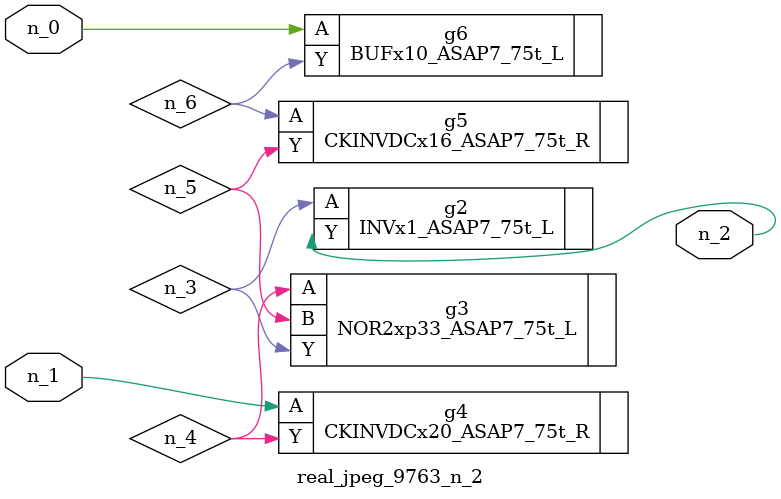
<source format=v>
module real_jpeg_9763_n_2 (n_1, n_0, n_2);

input n_1;
input n_0;

output n_2;

wire n_5;
wire n_4;
wire n_6;
wire n_3;

BUFx10_ASAP7_75t_L g6 ( 
.A(n_0),
.Y(n_6)
);

CKINVDCx20_ASAP7_75t_R g4 ( 
.A(n_1),
.Y(n_4)
);

INVx1_ASAP7_75t_L g2 ( 
.A(n_3),
.Y(n_2)
);

NOR2xp33_ASAP7_75t_L g3 ( 
.A(n_4),
.B(n_5),
.Y(n_3)
);

CKINVDCx16_ASAP7_75t_R g5 ( 
.A(n_6),
.Y(n_5)
);


endmodule
</source>
